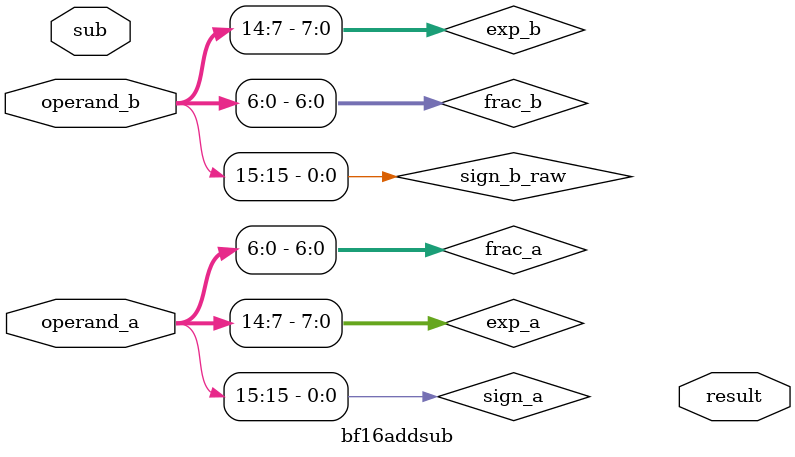
<source format=v>
/* file: bf16addsub.v
 Description: This file implements the addition and subtraction operations for BF16 format.
 BF16 format: [15] sign, [14:7] exponent (bias=127), [6:0] fraction
 Author: Jeremy Cai
 Date: Feb. 24, 2026
 Version: 1.0
 Revision history:
    - Feb. 24, 2026: Initial implementation of BF16 addition and subtraction.
 */

`ifndef BF16ADDSUB_V
`define BF16ADDSUB_V

`include "gpu_define.v"

module bf16addsub (
    input wire [15:0] operand_a, // First operand in BF16 format
    input wire [15:0] operand_b, // Second operand in BF16 format
    input wire sub, // Control signal: 0 for addition, 1 for subtraction
    output reg [15:0] result // Result of the addition or subtraction in BF16 format
);

localparam EXP_BIAS = 127; // Exponent bias for BF16


// Sign bits of the operands
wire sign_a = operand_a[15];
wire sign_b_raw = operand_b[15]; // Raw sign of operand_b before considering subtraction
wire sign_b = sign_b_raw ^ sub; // Effective sign of operand_b after considering subtraction

// Exponents of the operands
wire [7:0] exp_a = operand_a[14:7];
wire [7:0] exp_b = operand_b[14:7];

// Fractions of the operands (with implicit leading 1 for normalized numbers)
wire [6:0] frac_a = operand_a[6:0];
wire [6:0] frac_b = operand_b[6:0];

// Mantissa alignment and operation
wire [7:0] mant_a = (exp_a != 8'h00) ? {1'b1, frac_a} : {1'b0, frac_a};
wire [7:0] mant_b = (exp_b != 8'h00) ? {1'b1, frac_b} : {1'b0, frac_b};

wire eff_sub = (sign_a != sign_b); // Effective subtraction if signs differ

wire a_lt_b = (exp_a < exp_b) || (exp_a == exp_b && mant_a < mant_b);

wire sign_lg = a_lt_b ? sign_b : sign_a; // Sign of the larger operand
wire [7:0] exp_lg = a_lt_b ? exp_b : exp_a; // Exponent of the larger operand
wire [7:0] exp_sm = a_lt_b ? exp_a : exp_b; // Exponent of the smaller operand
wire [7:0] mant_lg = a_lt_b ? mant_b : mant_a; // Mantissa of the larger operand
wire [7:0] mant_sm = a_lt_b ? mant_a : mant_b; // Mantissa of the smaller operand

wire [7:0] exp_diff = exp_lg - exp_sm; // Exponent difference for alignment







endmodule






`endif // BF16ADDSUB_V
</source>
